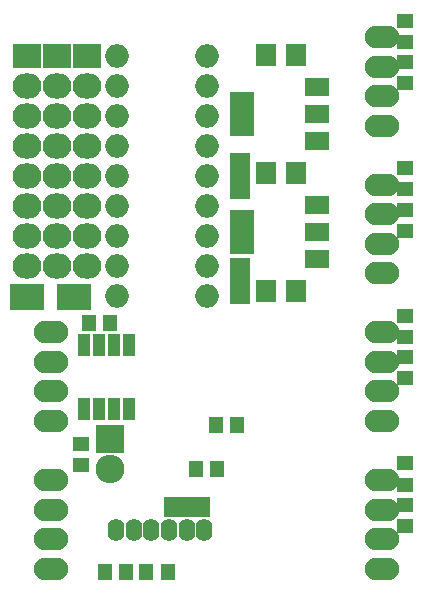
<source format=gbr>
G04 #@! TF.FileFunction,Soldermask,Bot*
%FSLAX46Y46*%
G04 Gerber Fmt 4.6, Leading zero omitted, Abs format (unit mm)*
G04 Created by KiCad (PCBNEW 4.0.4-stable) date 12/09/16 20:23:21*
%MOMM*%
%LPD*%
G01*
G04 APERTURE LIST*
%ADD10C,0.100000*%
%ADD11O,2.000000X2.000000*%
%ADD12O,2.900000X1.900000*%
%ADD13R,2.100000X1.600000*%
%ADD14R,2.100000X3.700000*%
%ADD15R,1.200000X1.400000*%
%ADD16R,1.000000X1.950000*%
%ADD17O,1.400000X1.924000*%
%ADD18R,2.432000X2.432000*%
%ADD19O,2.432000X2.432000*%
%ADD20R,1.400000X1.200000*%
%ADD21R,1.365200X1.670000*%
%ADD22R,2.432000X2.127200*%
%ADD23O,2.432000X2.127200*%
%ADD24R,1.700000X1.900000*%
%ADD25R,2.899360X2.200860*%
%ADD26R,1.670000X1.365200*%
G04 APERTURE END LIST*
D10*
D11*
X16764000Y-4064000D03*
X16764000Y-6604000D03*
X16764000Y-9144000D03*
X16764000Y-11684000D03*
X16764000Y-14224000D03*
X16764000Y-16764000D03*
X16764000Y-19304000D03*
X16764000Y-21844000D03*
X16764000Y-24384000D03*
X9144000Y-24384000D03*
X9144000Y-21844000D03*
X9144000Y-19304000D03*
X9144000Y-16764000D03*
X9144000Y-14224000D03*
X9144000Y-11684000D03*
X9144000Y-9144000D03*
X9144000Y-6604000D03*
X9144000Y-4064000D03*
D12*
X31500000Y-27500000D03*
X31500000Y-30000000D03*
X31500000Y-32500000D03*
X31500000Y-35000000D03*
X3500000Y-47500000D03*
X3500000Y-45000000D03*
X3500000Y-42500000D03*
X3500000Y-40000000D03*
D13*
X26000000Y-6700000D03*
X26000000Y-9000000D03*
X26000000Y-11300000D03*
D14*
X19700000Y-9000000D03*
D15*
X13400000Y-47750000D03*
X11600000Y-47750000D03*
X8100000Y-47750000D03*
X9900000Y-47750000D03*
X17600000Y-39100000D03*
X15800000Y-39100000D03*
D16*
X6345000Y-28550000D03*
X7615000Y-28550000D03*
X8885000Y-28550000D03*
X10155000Y-28550000D03*
X10155000Y-33950000D03*
X8885000Y-33950000D03*
X7615000Y-33950000D03*
X6345000Y-33950000D03*
D17*
X16500000Y-44250000D03*
X15000000Y-44250000D03*
X13500000Y-44250000D03*
X12000000Y-44250000D03*
X10500000Y-44250000D03*
X9000000Y-44250000D03*
D18*
X8500000Y-36500000D03*
D19*
X8500000Y-39040000D03*
D20*
X6096000Y-36946000D03*
X6096000Y-38746000D03*
D21*
X16270000Y-42250000D03*
X15000000Y-42250000D03*
X13730000Y-42250000D03*
D12*
X3500000Y-35000000D03*
X3500000Y-32500000D03*
X3500000Y-30000000D03*
X3500000Y-27500000D03*
D22*
X4064000Y-4064000D03*
D23*
X4064000Y-6604000D03*
X4064000Y-9144000D03*
X4064000Y-11684000D03*
X4064000Y-14224000D03*
X4064000Y-16764000D03*
X4064000Y-19304000D03*
X4064000Y-21844000D03*
D12*
X31500000Y-15000000D03*
X31500000Y-17500000D03*
X31500000Y-20000000D03*
X31500000Y-22500000D03*
X31500000Y-2500000D03*
X31500000Y-5000000D03*
X31500000Y-7500000D03*
X31500000Y-10000000D03*
X31500000Y-40000000D03*
X31500000Y-42500000D03*
X31500000Y-45000000D03*
X31500000Y-47500000D03*
D13*
X26000000Y-16700000D03*
X26000000Y-19000000D03*
X26000000Y-21300000D03*
D14*
X19700000Y-19000000D03*
D22*
X6604000Y-4064000D03*
D23*
X6604000Y-6604000D03*
X6604000Y-9144000D03*
X6604000Y-11684000D03*
X6604000Y-14224000D03*
X6604000Y-16764000D03*
X6604000Y-19304000D03*
X6604000Y-21844000D03*
D22*
X1524000Y-4064000D03*
D23*
X1524000Y-6604000D03*
X1524000Y-9144000D03*
X1524000Y-11684000D03*
X1524000Y-14224000D03*
X1524000Y-16764000D03*
X1524000Y-19304000D03*
X1524000Y-21844000D03*
D24*
X21750000Y-4000000D03*
X24250000Y-4000000D03*
X21750000Y-24000000D03*
X24250000Y-24000000D03*
X21750000Y-14000000D03*
X24250000Y-14000000D03*
D15*
X17500000Y-35300000D03*
X19300000Y-35300000D03*
X6720000Y-26670000D03*
X8520000Y-26670000D03*
D20*
X33500000Y-18900000D03*
X33500000Y-17100000D03*
X33500000Y-13600000D03*
X33500000Y-15400000D03*
X33500000Y-6400000D03*
X33500000Y-4600000D03*
X33500000Y-1100000D03*
X33500000Y-2900000D03*
X33500000Y-31400000D03*
X33500000Y-29600000D03*
X33500000Y-26100000D03*
X33500000Y-27900000D03*
X33500000Y-43900000D03*
X33500000Y-42100000D03*
X33500000Y-38600000D03*
X33500000Y-40400000D03*
D25*
X5498980Y-24500000D03*
X1501020Y-24500000D03*
D26*
X19558000Y-21844000D03*
X19558000Y-23114000D03*
X19558000Y-24384000D03*
X19558000Y-12954000D03*
X19558000Y-14224000D03*
X19558000Y-15494000D03*
M02*

</source>
